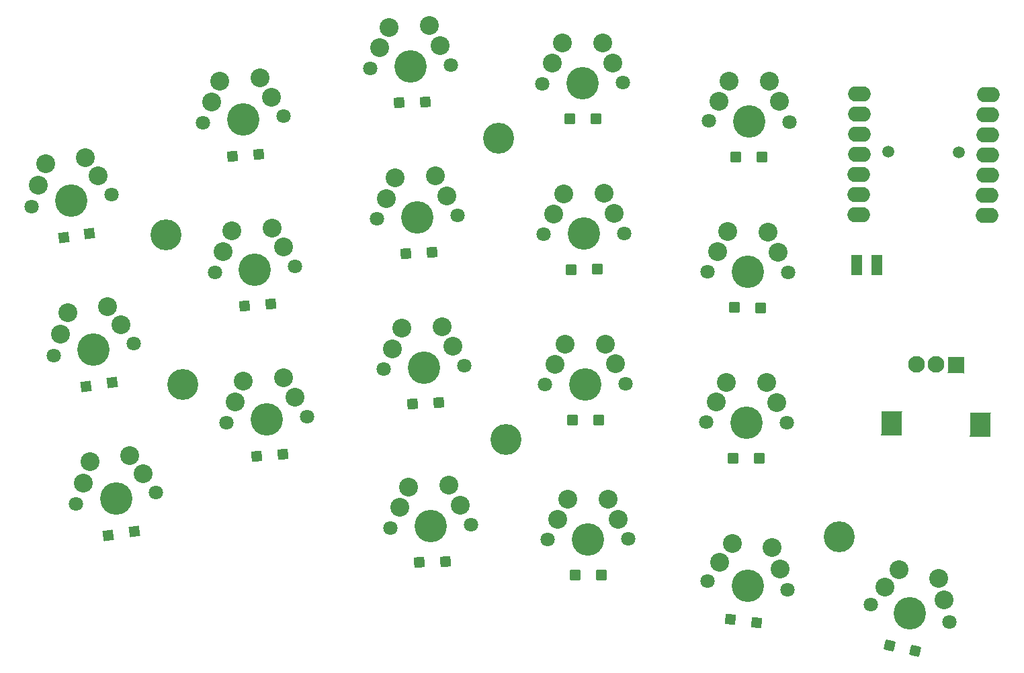
<source format=gbr>
%TF.GenerationSoftware,KiCad,Pcbnew,7.0.7*%
%TF.CreationDate,2023-10-01T20:36:35+02:00*%
%TF.ProjectId,goose_reversible_pcb_routed,676f6f73-655f-4726-9576-65727369626c,v1.0.0*%
%TF.SameCoordinates,Original*%
%TF.FileFunction,Soldermask,Bot*%
%TF.FilePolarity,Negative*%
%FSLAX46Y46*%
G04 Gerber Fmt 4.6, Leading zero omitted, Abs format (unit mm)*
G04 Created by KiCad (PCBNEW 7.0.7) date 2023-10-01 20:36:35*
%MOMM*%
%LPD*%
G01*
G04 APERTURE LIST*
G04 Aperture macros list*
%AMRoundRect*
0 Rectangle with rounded corners*
0 $1 Rounding radius*
0 $2 $3 $4 $5 $6 $7 $8 $9 X,Y pos of 4 corners*
0 Add a 4 corners polygon primitive as box body*
4,1,4,$2,$3,$4,$5,$6,$7,$8,$9,$2,$3,0*
0 Add four circle primitives for the rounded corners*
1,1,$1+$1,$2,$3*
1,1,$1+$1,$4,$5*
1,1,$1+$1,$6,$7*
1,1,$1+$1,$8,$9*
0 Add four rect primitives between the rounded corners*
20,1,$1+$1,$2,$3,$4,$5,0*
20,1,$1+$1,$4,$5,$6,$7,0*
20,1,$1+$1,$6,$7,$8,$9,0*
20,1,$1+$1,$8,$9,$2,$3,0*%
%AMHorizOval*
0 Thick line with rounded ends*
0 $1 width*
0 $2 $3 position (X,Y) of the first rounded end (center of the circle)*
0 $4 $5 position (X,Y) of the second rounded end (center of the circle)*
0 Add line between two ends*
20,1,$1,$2,$3,$4,$5,0*
0 Add two circle primitives to create the rounded ends*
1,1,$1,$2,$3*
1,1,$1,$4,$5*%
G04 Aperture macros list end*
%ADD10C,1.801800*%
%ADD11C,4.087800*%
%ADD12C,2.386000*%
%ADD13C,3.900000*%
%ADD14RoundRect,0.050000X-0.635884X-1.244498X0.614068X-1.255406X0.635884X1.244498X-0.614068X1.255406X0*%
%ADD15RoundRect,0.050000X-0.991235X1.008688X-1.008688X-0.991235X0.991235X-1.008688X1.008688X0.991235X0*%
%ADD16C,2.100000*%
%ADD17RoundRect,0.050000X-1.236863X1.510851X-1.263042X-1.489035X1.236863X-1.510851X1.263042X1.489035X0*%
%ADD18HorizOval,1.900000X0.474982X-0.004145X-0.474982X0.004145X0*%
%ADD19HorizOval,1.900000X-0.474982X0.004145X0.474982X-0.004145X0*%
%ADD20C,1.497000*%
%ADD21RoundRect,0.050000X0.594741X0.605213X-0.605213X0.594741X-0.594741X-0.605213X0.605213X-0.594741X0*%
%ADD22RoundRect,0.050000X0.573257X0.625601X-0.625601X0.573257X-0.573257X-0.625601X0.625601X-0.573257X0*%
%ADD23RoundRect,0.050000X0.664065X0.528221X-0.528221X0.664065X-0.664065X-0.528221X0.528221X-0.664065X0*%
%ADD24RoundRect,0.050000X0.605213X0.594741X-0.594741X0.605213X-0.605213X-0.594741X0.594741X-0.605213X0*%
%ADD25RoundRect,0.050000X0.551075X0.645226X-0.645226X0.551075X-0.551075X-0.645226X0.645226X-0.551075X0*%
%ADD26RoundRect,0.050000X0.504724X0.682095X-0.682095X0.504724X-0.504724X-0.682095X0.682095X-0.504724X0*%
%ADD27RoundRect,0.050000X0.715641X0.455914X-0.455914X0.715641X-0.715641X-0.455914X0.455914X-0.715641X0*%
G04 APERTURE END LIST*
D10*
%TO.C,S5*%
X189354767Y-139785126D03*
D11*
X194419107Y-139386554D03*
D10*
X199483447Y-138987982D03*
D12*
X191488365Y-134521500D03*
X196552705Y-134122928D03*
X190421566Y-137153313D03*
X198018076Y-136555455D03*
%TD*%
D10*
%TO.C,S7*%
X210629952Y-151976171D03*
D11*
X215705117Y-151754585D03*
D10*
X220780282Y-151532999D03*
D12*
X212945948Y-146790213D03*
X218021113Y-146568627D03*
X211787950Y-149383192D03*
X219400697Y-149050813D03*
%TD*%
D10*
%TO.C,S14*%
X251445547Y-139647933D03*
D11*
X256525354Y-139692264D03*
D10*
X261605161Y-139736595D03*
D12*
X254029782Y-134590292D03*
X259109588Y-134634623D03*
X252737664Y-137119113D03*
X260357374Y-137185609D03*
%TD*%
D10*
%TO.C,S1*%
X171892725Y-168995097D03*
D11*
X176916926Y-168244225D03*
D10*
X181941127Y-167493353D03*
D12*
X173653954Y-163595460D03*
X178678154Y-162844589D03*
X172773340Y-166295279D03*
X180309641Y-165168971D03*
%TD*%
D13*
%TO.C,H5*%
X268055993Y-173108658D03*
%TD*%
D10*
%TO.C,S9*%
X208972403Y-114012335D03*
D11*
X214047568Y-113790749D03*
D10*
X219122733Y-113569163D03*
D12*
X211288399Y-108826377D03*
X216363564Y-108604791D03*
X210130401Y-111419356D03*
X217743148Y-111086977D03*
%TD*%
D14*
%TO.C,PAD1*%
X270283558Y-138812287D03*
X272783462Y-138834103D03*
%TD*%
D10*
%TO.C,S4*%
X190845492Y-158726544D03*
D11*
X195909832Y-158327972D03*
D10*
X200974172Y-157929400D03*
D12*
X192979090Y-153462918D03*
X198043430Y-153064346D03*
X191912291Y-156094731D03*
X199508801Y-155496873D03*
%TD*%
D10*
%TO.C,S10*%
X230986882Y-153912778D03*
D11*
X236066689Y-153868447D03*
D10*
X241146496Y-153824116D03*
D12*
X233482455Y-148810806D03*
X238562261Y-148766475D03*
X232234669Y-151361792D03*
X239854379Y-151295296D03*
%TD*%
D13*
%TO.C,H3*%
X225100734Y-122827583D03*
%TD*%
D10*
%TO.C,S16*%
X211504516Y-172007093D03*
D11*
X216579681Y-171785507D03*
D10*
X221654846Y-171563921D03*
D12*
X213820512Y-166821135D03*
X218895677Y-166599549D03*
X212662514Y-169414114D03*
X220275261Y-169081735D03*
%TD*%
D10*
%TO.C,S18*%
X251456950Y-178670321D03*
D11*
X256504295Y-179245393D03*
D10*
X261551640Y-179820465D03*
D12*
X254555695Y-173910512D03*
X259603040Y-174485584D03*
X253006322Y-176290416D03*
X260577340Y-177153025D03*
%TD*%
D15*
%TO.C,ROT1*%
X282783358Y-151399069D03*
D16*
X277783548Y-151355436D03*
X280283453Y-151377253D03*
D17*
X285817791Y-158925836D03*
X274618217Y-158828098D03*
%TD*%
D10*
%TO.C,S12*%
X230655291Y-115914220D03*
D11*
X235735098Y-115869889D03*
D10*
X240814905Y-115825558D03*
D12*
X233150864Y-110812248D03*
X238230670Y-110767917D03*
X231903078Y-113363234D03*
X239522788Y-113296738D03*
%TD*%
D18*
%TO.C,MCU1*%
X286812315Y-117335712D03*
X286790150Y-119875615D03*
X286767984Y-122415518D03*
X286745819Y-124955422D03*
X286723654Y-127495325D03*
X286701488Y-130035228D03*
X286679323Y-132575132D03*
D19*
X270489939Y-132433849D03*
X270512105Y-129893946D03*
X270534270Y-127354043D03*
X270556435Y-124814139D03*
X270578601Y-122274236D03*
X270600766Y-119734333D03*
X270622932Y-117194429D03*
D20*
X274213361Y-124529041D03*
X283098724Y-124606582D03*
%TD*%
D13*
%TO.C,H2*%
X185338599Y-153852921D03*
%TD*%
D10*
%TO.C,S15*%
X251611360Y-120648659D03*
D11*
X256691167Y-120692990D03*
D10*
X261770974Y-120737321D03*
D12*
X254195595Y-115591018D03*
X259275401Y-115635349D03*
X252903477Y-118119839D03*
X260523187Y-118186335D03*
%TD*%
D10*
%TO.C,S13*%
X251279750Y-158647206D03*
D11*
X256359557Y-158691537D03*
D10*
X261439364Y-158735868D03*
D12*
X253863985Y-153589565D03*
X258943791Y-153633896D03*
X252571867Y-156118386D03*
X260191577Y-156184882D03*
%TD*%
D10*
%TO.C,S6*%
X187864043Y-120843689D03*
D11*
X192928383Y-120445117D03*
D10*
X197992723Y-120046545D03*
D12*
X189997641Y-115580063D03*
X195061981Y-115181491D03*
X188930842Y-118211876D03*
X196527352Y-117614018D03*
%TD*%
D10*
%TO.C,S11*%
X230821073Y-134913496D03*
D11*
X235900880Y-134869165D03*
D10*
X240980687Y-134824834D03*
D12*
X233316646Y-129811524D03*
X238396452Y-129767193D03*
X232068860Y-132362510D03*
X239688570Y-132296014D03*
%TD*%
D10*
%TO.C,S3*%
X166275964Y-131412495D03*
D11*
X171300165Y-130661623D03*
D10*
X176324366Y-129910751D03*
D12*
X168037193Y-126012858D03*
X173061393Y-125261987D03*
X167156579Y-128712677D03*
X174692880Y-127586369D03*
%TD*%
D13*
%TO.C,H4*%
X226095311Y-160808777D03*
%TD*%
D10*
%TO.C,S17*%
X231340576Y-173483415D03*
D11*
X236420383Y-173439084D03*
D10*
X241500190Y-173394753D03*
D12*
X233836149Y-168381443D03*
X238915955Y-168337112D03*
X232588363Y-170932429D03*
X240208073Y-170865933D03*
%TD*%
D10*
%TO.C,S2*%
X169084336Y-150203796D03*
D11*
X174108537Y-149452924D03*
D10*
X179132738Y-148702052D03*
D12*
X170845565Y-144804159D03*
X175869765Y-144053288D03*
X169964951Y-147503978D03*
X177501252Y-146377670D03*
%TD*%
D13*
%TO.C,H1*%
X183189053Y-134986551D03*
%TD*%
D10*
%TO.C,S8*%
X209801177Y-132994259D03*
D11*
X214876342Y-132772673D03*
D10*
X219951507Y-132551087D03*
D12*
X212117173Y-127808301D03*
X217192338Y-127586715D03*
X210959175Y-130401280D03*
X218571922Y-130068901D03*
%TD*%
D10*
%TO.C,S19*%
X272007334Y-181652975D03*
D11*
X276966918Y-182752488D03*
D10*
X281926502Y-183852001D03*
D12*
X275586639Y-177243148D03*
X280546223Y-178342661D03*
X273796987Y-179448061D03*
X281236362Y-181097331D03*
%TD*%
D21*
%TO.C,Di17*%
X238109592Y-177924523D03*
X234809718Y-177953321D03*
%TD*%
D22*
%TO.C,Di8*%
X216721066Y-137196412D03*
X213424206Y-137340356D03*
%TD*%
D23*
%TO.C,Di18*%
X257634273Y-183903257D03*
X254355485Y-183529687D03*
%TD*%
D21*
%TO.C,Di11*%
X237590095Y-139354595D03*
X234290221Y-139383393D03*
%TD*%
D24*
%TO.C,Di15*%
X258301821Y-125207213D03*
X255001947Y-125178415D03*
%TD*%
%TO.C,Di13*%
X257970221Y-163205770D03*
X254670347Y-163176972D03*
%TD*%
D22*
%TO.C,Di9*%
X215892280Y-118214504D03*
X212595420Y-118358448D03*
%TD*%
D21*
%TO.C,Di10*%
X237755900Y-158353879D03*
X234456026Y-158382677D03*
%TD*%
D25*
%TO.C,Di5*%
X196417077Y-143743214D03*
X193127249Y-144002130D03*
%TD*%
%TO.C,Di6*%
X194926364Y-124801777D03*
X191636536Y-125060693D03*
%TD*%
D26*
%TO.C,Di2*%
X176405564Y-153659604D03*
X173141812Y-154147376D03*
%TD*%
%TO.C,Di3*%
X173597184Y-134868302D03*
X170333432Y-135356074D03*
%TD*%
D21*
%TO.C,Di12*%
X237424293Y-120355325D03*
X234124419Y-120384123D03*
%TD*%
D24*
%TO.C,Di14*%
X258136028Y-144206488D03*
X254836154Y-144177690D03*
%TD*%
D27*
%TO.C,Di19*%
X277603813Y-187502939D03*
X274382037Y-186788689D03*
%TD*%
D25*
%TO.C,Di4*%
X197907821Y-162684640D03*
X194617993Y-162943556D03*
%TD*%
D22*
%TO.C,Di16*%
X218424399Y-176209244D03*
X215127539Y-176353188D03*
%TD*%
%TO.C,Di7*%
X217549837Y-156178337D03*
X214252977Y-156322281D03*
%TD*%
D26*
%TO.C,Di1*%
X179213945Y-172450910D03*
X175950193Y-172938682D03*
%TD*%
M02*

</source>
